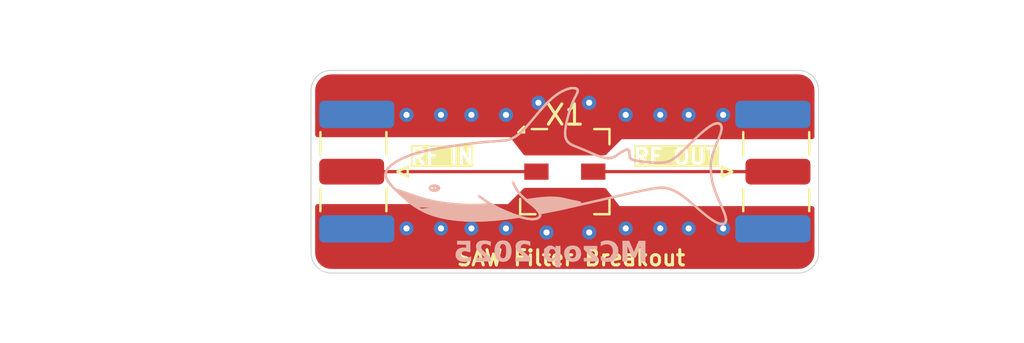
<source format=kicad_pcb>
(kicad_pcb (version 20241229) (generator "pcbnew") (generator_version "9.0")
  (layers (0 "F.Cu" signal) (4 "In1.Cu" signal) (6 "In2.Cu" signal) (8 "In3.Cu" signal) (10 "In4.Cu" signal) (2 "B.Cu" signal) (13 "F.Paste" user) (15 "B.Paste" user) (5 "F.SilkS" user "F.Silkscreen") (7 "B.SilkS" user "B.Silkscreen") (1 "F.Mask" user) (3 "B.Mask" user) (25 "Edge.Cuts" user))
  (net 0 "")
  (net 1 "GND")
  (net 2 "Net-(J1-In)")
  (net 3 "Net-(J2-In)")
  (footprint "Filter:Filter_SAW-6_3.8x3.8mm" (layer "F.Cu") (at 141 95)
    (property "Reference" "X1" (at 0 -2.8 0) (layer "F.SilkS"))
    (property "Value" "SAW")
    (pad "1" smd rect (at -0.9 -1.27) (size 2.2 0.8) (layers "F.Cu" "F.Mask" "F.Paste") (net 1 "GND"))
    (pad "2" smd rect (at -1.4 0) (size 1.2 0.8) (layers "F.Cu" "F.Mask" "F.Paste") (net 2 "Net-(J1-In)"))
    (pad "3" smd rect (at -1.4 1.27) (size 1.2 0.8) (layers "F.Cu" "F.Mask" "F.Paste") (net 1 "GND"))
    (pad "4" smd rect (at 1.4 1.27) (size 1.2 0.8) (layers "F.Cu" "F.Mask" "F.Paste") (net 1 "GND"))
    (pad "5" smd rect (at 1.4 0) (size 1.2 0.8) (layers "F.Cu" "F.Mask" "F.Paste") (net 3 "Net-(J2-In)"))
    (pad "6" smd rect (at 1.4 -1.27) (size 1.2 0.8) (layers "F.Cu" "F.Mask" "F.Paste") (net 1 "GND"))
  )
  (footprint "Connector_Coaxial:SMA_Samtec_SMA-J-P-H-ST-EM1_EdgeMount" (layer "F.Cu") (at 151.5 95)
    (property "Reference" "J2" (hide yes))
    (property "Value" "SMA")
    (pad "1" smd roundrect (at 0 0 90) (size 1.27 3.2) (layers "F.Cu" "F.Mask") (roundrect_rratio 0.1968503937) (net 3 "Net-(J2-In)"))
    (pad "2" smd roundrect (at -0.25 -2.825 90) (size 1.35 3.7) (layers "F.Cu" "F.Mask") (roundrect_rratio 0.1851851852) (net 1 "GND"))
    (pad "2" smd roundrect (at -0.25 -2.825 90) (size 1.35 3.7) (layers "B.Cu" "B.Mask") (roundrect_rratio 0.1851851852) (net 1 "GND"))
    (pad "2" smd roundrect (at -0.25 2.825 90) (size 1.35 3.7) (layers "F.Cu" "F.Mask") (roundrect_rratio 0.1851851852) (net 1 "GND"))
    (pad "2" smd roundrect (at -0.25 2.825 90) (size 1.35 3.7) (layers "B.Cu" "B.Mask") (roundrect_rratio 0.1851851852) (net 1 "GND"))
  )
  (footprint "Connector_Coaxial:SMA_Samtec_SMA-J-P-H-ST-EM1_EdgeMount" (layer "F.Cu") (at 130.5 95 180)
    (property "Reference" "J1" (hide yes))
    (property "Value" "SMA")
    (pad "1" smd roundrect (at 0 0 270) (size 1.27 3.2) (layers "F.Cu" "F.Mask") (roundrect_rratio 0.1968503937) (net 2 "Net-(J1-In)"))
    (pad "2" smd roundrect (at -0.25 -2.825 270) (size 1.35 3.7) (layers "F.Cu" "F.Mask") (roundrect_rratio 0.1851851852) (net 1 "GND"))
    (pad "2" smd roundrect (at -0.25 -2.825 270) (size 1.35 3.7) (layers "B.Cu" "B.Mask") (roundrect_rratio 0.1851851852) (net 1 "GND"))
    (pad "2" smd roundrect (at -0.25 2.825 270) (size 1.35 3.7) (layers "F.Cu" "F.Mask") (roundrect_rratio 0.1851851852) (net 1 "GND"))
    (pad "2" smd roundrect (at -0.25 2.825 270) (size 1.35 3.7) (layers "B.Cu" "B.Mask") (roundrect_rratio 0.1851851852) (net 1 "GND"))
  )
  (footprint "Symbol:Smolhaj_Scale_0.1" (layer "B.Cu") (at 116.850653 98.334126 180)
    (property "Reference" "REF**" (hide yes))
    (property "Value" "Smolhaj_Scale_0.1")
  )
  (gr_line (start 153.5 91) (end 153.5 99) (stroke (width 0.05)) (layer "Edge.Cuts"))
  (gr_line (start 152.5 100) (end 129.5 100) (stroke (width 0.05)) (layer "Edge.Cuts"))
  (gr_arc (start 128.5 91) (mid 128.792893 90.292893) (end 129.5 90) (stroke (width 0.05)) (layer "Edge.Cuts"))
  (gr_arc (start 152.5 90) (mid 153.207107 90.292893) (end 153.5 91) (stroke (width 0.05)) (layer "Edge.Cuts"))
  (gr_arc (start 153.5 99) (mid 153.207107 99.707107) (end 152.5 100) (stroke (width 0.05)) (layer "Edge.Cuts"))
  (gr_line (start 128.5 99) (end 128.5 91) (stroke (width 0.05)) (layer "Edge.Cuts"))
  (gr_line (start 129.5 90) (end 152.5 90) (stroke (width 0.05)) (layer "Edge.Cuts"))
  (gr_arc (start 129.5 100) (mid 128.792893 99.707107) (end 128.5 99) (stroke (width 0.05)) (layer "Edge.Cuts"))
  (gr_text "RF IN" (at 133.3 94.7 0) (layer "F.SilkS" knockout) (effects (font (size 0.75 0.75) (thickness 0.15) (bold yes)) (justify left bottom)))
  (gr_text "RF OUT\n" (at 144.3 94.7 0) (layer "F.SilkS" knockout) (effects (font (size 0.75 0.75) (thickness 0.15) (bold yes)) (justify left bottom)))
  (gr_text "SAW Filter Breakout" (at 135.6 99.7 0) (layer "F.SilkS") (effects (font (size 0.75 0.75) (thickness 0.15) (bold yes)) (justify left bottom)))
  (gr_text "MCzop 2025" (at 145.1 99.6 -0) (layer "B.SilkS") (effects (font (size 1 1) (thickness 0.25) (bold yes)) (justify left bottom mirror)))
  (via (at 144 92.2) (size 0.7) (drill 0.3) (layers "F.Cu" "B.Cu") (net 1))
  (via (at 133.2 97.8) (size 0.7) (drill 0.3) (layers "F.Cu" "B.Cu") (net 1))
  (via (at 147.1 97.8) (size 0.7) (drill 0.3) (layers "F.Cu" "B.Cu") (net 1))
  (via (at 134.9 97.8) (size 0.7) (drill 0.3) (layers "F.Cu" "B.Cu") (net 1))
  (via (at 142.2 91.6) (size 0.7) (drill 0.3) (layers "F.Cu" "B.Cu") (net 1))
  (via (at 136.4 92.2) (size 0.7) (drill 0.3) (layers "F.Cu" "B.Cu") (net 1))
  (via (at 148.8 92.2) (size 0.7) (drill 0.3) (layers "F.Cu" "B.Cu") (net 1))
  (via (at 140.1 98) (size 0.7) (drill 0.3) (layers "F.Cu" "B.Cu") (net 1))
  (via (at 144 97.8) (size 0.7) (drill 0.3) (layers "F.Cu" "B.Cu") (net 1))
  (via (at 138.1 92.2) (size 0.7) (drill 0.3) (layers "F.Cu" "B.Cu") (net 1))
  (via (at 139.7 91.6) (size 0.7) (drill 0.3) (layers "F.Cu" "B.Cu") (net 1))
  (via (at 145.7 92.2) (size 0.7) (drill 0.3) (layers "F.Cu" "B.Cu") (net 1))
  (via (at 134.9 92.2) (size 0.7) (drill 0.3) (layers "F.Cu" "B.Cu") (net 1))
  (via (at 142.2 98) (size 0.7) (drill 0.3) (layers "F.Cu" "B.Cu") (net 1))
  (via (at 136.4 97.8) (size 0.7) (drill 0.3) (layers "F.Cu" "B.Cu") (net 1))
  (via (at 133.2 92.2) (size 0.7) (drill 0.3) (layers "F.Cu" "B.Cu") (net 1))
  (via (at 147.1 92.2) (size 0.7) (drill 0.3) (layers "F.Cu" "B.Cu") (net 1))
  (via (at 148.8 97.8) (size 0.7) (drill 0.3) (layers "F.Cu" "B.Cu") (net 1))
  (via (at 138.1 97.8) (size 0.7) (drill 0.3) (layers "F.Cu" "B.Cu") (net 1))
  (via (at 145.7 97.8) (size 0.7) (drill 0.3) (layers "F.Cu" "B.Cu") (net 1))
  (segment (start 139.6 95) (end 130.5 95) (width 0.1565) (layer "F.Cu") (net 2))
  (segment (start 151.5 95) (end 142.4 95) (width 0.1565) (layer "F.Cu") (net 3))
  (zone (net 1) (net_name "GND") (layer "F.Cu") (priority 1) (connect_pads yes (clearance 0.2)) (min_thickness 0.25) (fill yes (thermal_gap 0.5) (thermal_bridge_width 0.5))
    (polygon (pts (xy 153.5 96.7) (xy 143.7 96.7) (xy 143 95.8) (xy 139 95.8) (xy 138.2 96.6) (xy 127.8 96.6) (xy 127.2 100.3) (xy 153.7 100.1)))
  )
  (zone (net 1) (net_name "GND") (layer "F.Cu") (priority 1) (connect_pads yes (clearance 0.2)) (min_thickness 0.25) (fill yes (thermal_gap 0.5) (thermal_bridge_width 0.5))
    (polygon (pts (xy 128.5 93.3) (xy 138.3 93.3) (xy 139 94.2) (xy 143 94.2) (xy 143.8 93.4) (xy 154.2 93.4) (xy 154.8 89.7) (xy 128.3 89.9)))
  )
)
</source>
